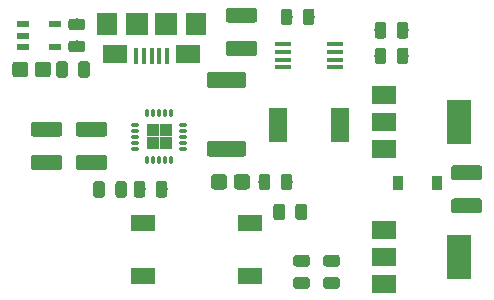
<source format=gbr>
G04 #@! TF.GenerationSoftware,KiCad,Pcbnew,(5.0.1)-3*
G04 #@! TF.CreationDate,2019-12-21T11:02:08-05:00*
G04 #@! TF.ProjectId,BMS Module,424D53204D6F64756C652E6B69636164,rev?*
G04 #@! TF.SameCoordinates,Original*
G04 #@! TF.FileFunction,Paste,Top*
G04 #@! TF.FilePolarity,Positive*
%FSLAX46Y46*%
G04 Gerber Fmt 4.6, Leading zero omitted, Abs format (unit mm)*
G04 Created by KiCad (PCBNEW (5.0.1)-3) date 12/21/2019 11:02:08 AM*
%MOMM*%
%LPD*%
G01*
G04 APERTURE LIST*
%ADD10C,0.100000*%
%ADD11C,1.250000*%
%ADD12R,1.600000X3.000000*%
%ADD13R,0.900000X1.200000*%
%ADD14C,1.300000*%
%ADD15O,0.800000X0.300000*%
%ADD16O,0.300000X0.800000*%
%ADD17R,1.000000X1.000000*%
%ADD18R,1.450000X0.450000*%
%ADD19R,2.000000X1.500000*%
%ADD20R,2.000000X3.800000*%
%ADD21C,0.975000*%
%ADD22C,1.350000*%
%ADD23R,1.050000X0.600000*%
%ADD24R,2.100000X1.400000*%
%ADD25R,0.400000X1.350000*%
%ADD26R,2.100000X1.600000*%
%ADD27R,1.900000X1.900000*%
%ADD28R,1.800000X1.900000*%
G04 APERTURE END LIST*
D10*
G04 #@! TO.C,C1*
G36*
X110319504Y-84726204D02*
X110343773Y-84729804D01*
X110367571Y-84735765D01*
X110390671Y-84744030D01*
X110412849Y-84754520D01*
X110433893Y-84767133D01*
X110453598Y-84781747D01*
X110471777Y-84798223D01*
X110488253Y-84816402D01*
X110502867Y-84836107D01*
X110515480Y-84857151D01*
X110525970Y-84879329D01*
X110534235Y-84902429D01*
X110540196Y-84926227D01*
X110543796Y-84950496D01*
X110545000Y-84975000D01*
X110545000Y-85725000D01*
X110543796Y-85749504D01*
X110540196Y-85773773D01*
X110534235Y-85797571D01*
X110525970Y-85820671D01*
X110515480Y-85842849D01*
X110502867Y-85863893D01*
X110488253Y-85883598D01*
X110471777Y-85901777D01*
X110453598Y-85918253D01*
X110433893Y-85932867D01*
X110412849Y-85945480D01*
X110390671Y-85955970D01*
X110367571Y-85964235D01*
X110343773Y-85970196D01*
X110319504Y-85973796D01*
X110295000Y-85975000D01*
X108145000Y-85975000D01*
X108120496Y-85973796D01*
X108096227Y-85970196D01*
X108072429Y-85964235D01*
X108049329Y-85955970D01*
X108027151Y-85945480D01*
X108006107Y-85932867D01*
X107986402Y-85918253D01*
X107968223Y-85901777D01*
X107951747Y-85883598D01*
X107937133Y-85863893D01*
X107924520Y-85842849D01*
X107914030Y-85820671D01*
X107905765Y-85797571D01*
X107899804Y-85773773D01*
X107896204Y-85749504D01*
X107895000Y-85725000D01*
X107895000Y-84975000D01*
X107896204Y-84950496D01*
X107899804Y-84926227D01*
X107905765Y-84902429D01*
X107914030Y-84879329D01*
X107924520Y-84857151D01*
X107937133Y-84836107D01*
X107951747Y-84816402D01*
X107968223Y-84798223D01*
X107986402Y-84781747D01*
X108006107Y-84767133D01*
X108027151Y-84754520D01*
X108049329Y-84744030D01*
X108072429Y-84735765D01*
X108096227Y-84729804D01*
X108120496Y-84726204D01*
X108145000Y-84725000D01*
X110295000Y-84725000D01*
X110319504Y-84726204D01*
X110319504Y-84726204D01*
G37*
D11*
X109220000Y-85350000D03*
D10*
G36*
X110319504Y-81926204D02*
X110343773Y-81929804D01*
X110367571Y-81935765D01*
X110390671Y-81944030D01*
X110412849Y-81954520D01*
X110433893Y-81967133D01*
X110453598Y-81981747D01*
X110471777Y-81998223D01*
X110488253Y-82016402D01*
X110502867Y-82036107D01*
X110515480Y-82057151D01*
X110525970Y-82079329D01*
X110534235Y-82102429D01*
X110540196Y-82126227D01*
X110543796Y-82150496D01*
X110545000Y-82175000D01*
X110545000Y-82925000D01*
X110543796Y-82949504D01*
X110540196Y-82973773D01*
X110534235Y-82997571D01*
X110525970Y-83020671D01*
X110515480Y-83042849D01*
X110502867Y-83063893D01*
X110488253Y-83083598D01*
X110471777Y-83101777D01*
X110453598Y-83118253D01*
X110433893Y-83132867D01*
X110412849Y-83145480D01*
X110390671Y-83155970D01*
X110367571Y-83164235D01*
X110343773Y-83170196D01*
X110319504Y-83173796D01*
X110295000Y-83175000D01*
X108145000Y-83175000D01*
X108120496Y-83173796D01*
X108096227Y-83170196D01*
X108072429Y-83164235D01*
X108049329Y-83155970D01*
X108027151Y-83145480D01*
X108006107Y-83132867D01*
X107986402Y-83118253D01*
X107968223Y-83101777D01*
X107951747Y-83083598D01*
X107937133Y-83063893D01*
X107924520Y-83042849D01*
X107914030Y-83020671D01*
X107905765Y-82997571D01*
X107899804Y-82973773D01*
X107896204Y-82949504D01*
X107895000Y-82925000D01*
X107895000Y-82175000D01*
X107896204Y-82150496D01*
X107899804Y-82126227D01*
X107905765Y-82102429D01*
X107914030Y-82079329D01*
X107924520Y-82057151D01*
X107937133Y-82036107D01*
X107951747Y-82016402D01*
X107968223Y-81998223D01*
X107986402Y-81981747D01*
X108006107Y-81967133D01*
X108027151Y-81954520D01*
X108049329Y-81944030D01*
X108072429Y-81935765D01*
X108096227Y-81929804D01*
X108120496Y-81926204D01*
X108145000Y-81925000D01*
X110295000Y-81925000D01*
X110319504Y-81926204D01*
X110319504Y-81926204D01*
G37*
D11*
X109220000Y-82550000D03*
G04 #@! TD*
D10*
G04 #@! TO.C,C2*
G36*
X123019504Y-75071204D02*
X123043773Y-75074804D01*
X123067571Y-75080765D01*
X123090671Y-75089030D01*
X123112849Y-75099520D01*
X123133893Y-75112133D01*
X123153598Y-75126747D01*
X123171777Y-75143223D01*
X123188253Y-75161402D01*
X123202867Y-75181107D01*
X123215480Y-75202151D01*
X123225970Y-75224329D01*
X123234235Y-75247429D01*
X123240196Y-75271227D01*
X123243796Y-75295496D01*
X123245000Y-75320000D01*
X123245000Y-76070000D01*
X123243796Y-76094504D01*
X123240196Y-76118773D01*
X123234235Y-76142571D01*
X123225970Y-76165671D01*
X123215480Y-76187849D01*
X123202867Y-76208893D01*
X123188253Y-76228598D01*
X123171777Y-76246777D01*
X123153598Y-76263253D01*
X123133893Y-76277867D01*
X123112849Y-76290480D01*
X123090671Y-76300970D01*
X123067571Y-76309235D01*
X123043773Y-76315196D01*
X123019504Y-76318796D01*
X122995000Y-76320000D01*
X120845000Y-76320000D01*
X120820496Y-76318796D01*
X120796227Y-76315196D01*
X120772429Y-76309235D01*
X120749329Y-76300970D01*
X120727151Y-76290480D01*
X120706107Y-76277867D01*
X120686402Y-76263253D01*
X120668223Y-76246777D01*
X120651747Y-76228598D01*
X120637133Y-76208893D01*
X120624520Y-76187849D01*
X120614030Y-76165671D01*
X120605765Y-76142571D01*
X120599804Y-76118773D01*
X120596204Y-76094504D01*
X120595000Y-76070000D01*
X120595000Y-75320000D01*
X120596204Y-75295496D01*
X120599804Y-75271227D01*
X120605765Y-75247429D01*
X120614030Y-75224329D01*
X120624520Y-75202151D01*
X120637133Y-75181107D01*
X120651747Y-75161402D01*
X120668223Y-75143223D01*
X120686402Y-75126747D01*
X120706107Y-75112133D01*
X120727151Y-75099520D01*
X120749329Y-75089030D01*
X120772429Y-75080765D01*
X120796227Y-75074804D01*
X120820496Y-75071204D01*
X120845000Y-75070000D01*
X122995000Y-75070000D01*
X123019504Y-75071204D01*
X123019504Y-75071204D01*
G37*
D11*
X121920000Y-75695000D03*
D10*
G36*
X123019504Y-72271204D02*
X123043773Y-72274804D01*
X123067571Y-72280765D01*
X123090671Y-72289030D01*
X123112849Y-72299520D01*
X123133893Y-72312133D01*
X123153598Y-72326747D01*
X123171777Y-72343223D01*
X123188253Y-72361402D01*
X123202867Y-72381107D01*
X123215480Y-72402151D01*
X123225970Y-72424329D01*
X123234235Y-72447429D01*
X123240196Y-72471227D01*
X123243796Y-72495496D01*
X123245000Y-72520000D01*
X123245000Y-73270000D01*
X123243796Y-73294504D01*
X123240196Y-73318773D01*
X123234235Y-73342571D01*
X123225970Y-73365671D01*
X123215480Y-73387849D01*
X123202867Y-73408893D01*
X123188253Y-73428598D01*
X123171777Y-73446777D01*
X123153598Y-73463253D01*
X123133893Y-73477867D01*
X123112849Y-73490480D01*
X123090671Y-73500970D01*
X123067571Y-73509235D01*
X123043773Y-73515196D01*
X123019504Y-73518796D01*
X122995000Y-73520000D01*
X120845000Y-73520000D01*
X120820496Y-73518796D01*
X120796227Y-73515196D01*
X120772429Y-73509235D01*
X120749329Y-73500970D01*
X120727151Y-73490480D01*
X120706107Y-73477867D01*
X120686402Y-73463253D01*
X120668223Y-73446777D01*
X120651747Y-73428598D01*
X120637133Y-73408893D01*
X120624520Y-73387849D01*
X120614030Y-73365671D01*
X120605765Y-73342571D01*
X120599804Y-73318773D01*
X120596204Y-73294504D01*
X120595000Y-73270000D01*
X120595000Y-72520000D01*
X120596204Y-72495496D01*
X120599804Y-72471227D01*
X120605765Y-72447429D01*
X120614030Y-72424329D01*
X120624520Y-72402151D01*
X120637133Y-72381107D01*
X120651747Y-72361402D01*
X120668223Y-72343223D01*
X120686402Y-72326747D01*
X120706107Y-72312133D01*
X120727151Y-72299520D01*
X120749329Y-72289030D01*
X120772429Y-72280765D01*
X120796227Y-72274804D01*
X120820496Y-72271204D01*
X120845000Y-72270000D01*
X122995000Y-72270000D01*
X123019504Y-72271204D01*
X123019504Y-72271204D01*
G37*
D11*
X121920000Y-72895000D03*
G04 #@! TD*
D10*
G04 #@! TO.C,C3*
G36*
X106509504Y-84726204D02*
X106533773Y-84729804D01*
X106557571Y-84735765D01*
X106580671Y-84744030D01*
X106602849Y-84754520D01*
X106623893Y-84767133D01*
X106643598Y-84781747D01*
X106661777Y-84798223D01*
X106678253Y-84816402D01*
X106692867Y-84836107D01*
X106705480Y-84857151D01*
X106715970Y-84879329D01*
X106724235Y-84902429D01*
X106730196Y-84926227D01*
X106733796Y-84950496D01*
X106735000Y-84975000D01*
X106735000Y-85725000D01*
X106733796Y-85749504D01*
X106730196Y-85773773D01*
X106724235Y-85797571D01*
X106715970Y-85820671D01*
X106705480Y-85842849D01*
X106692867Y-85863893D01*
X106678253Y-85883598D01*
X106661777Y-85901777D01*
X106643598Y-85918253D01*
X106623893Y-85932867D01*
X106602849Y-85945480D01*
X106580671Y-85955970D01*
X106557571Y-85964235D01*
X106533773Y-85970196D01*
X106509504Y-85973796D01*
X106485000Y-85975000D01*
X104335000Y-85975000D01*
X104310496Y-85973796D01*
X104286227Y-85970196D01*
X104262429Y-85964235D01*
X104239329Y-85955970D01*
X104217151Y-85945480D01*
X104196107Y-85932867D01*
X104176402Y-85918253D01*
X104158223Y-85901777D01*
X104141747Y-85883598D01*
X104127133Y-85863893D01*
X104114520Y-85842849D01*
X104104030Y-85820671D01*
X104095765Y-85797571D01*
X104089804Y-85773773D01*
X104086204Y-85749504D01*
X104085000Y-85725000D01*
X104085000Y-84975000D01*
X104086204Y-84950496D01*
X104089804Y-84926227D01*
X104095765Y-84902429D01*
X104104030Y-84879329D01*
X104114520Y-84857151D01*
X104127133Y-84836107D01*
X104141747Y-84816402D01*
X104158223Y-84798223D01*
X104176402Y-84781747D01*
X104196107Y-84767133D01*
X104217151Y-84754520D01*
X104239329Y-84744030D01*
X104262429Y-84735765D01*
X104286227Y-84729804D01*
X104310496Y-84726204D01*
X104335000Y-84725000D01*
X106485000Y-84725000D01*
X106509504Y-84726204D01*
X106509504Y-84726204D01*
G37*
D11*
X105410000Y-85350000D03*
D10*
G36*
X106509504Y-81926204D02*
X106533773Y-81929804D01*
X106557571Y-81935765D01*
X106580671Y-81944030D01*
X106602849Y-81954520D01*
X106623893Y-81967133D01*
X106643598Y-81981747D01*
X106661777Y-81998223D01*
X106678253Y-82016402D01*
X106692867Y-82036107D01*
X106705480Y-82057151D01*
X106715970Y-82079329D01*
X106724235Y-82102429D01*
X106730196Y-82126227D01*
X106733796Y-82150496D01*
X106735000Y-82175000D01*
X106735000Y-82925000D01*
X106733796Y-82949504D01*
X106730196Y-82973773D01*
X106724235Y-82997571D01*
X106715970Y-83020671D01*
X106705480Y-83042849D01*
X106692867Y-83063893D01*
X106678253Y-83083598D01*
X106661777Y-83101777D01*
X106643598Y-83118253D01*
X106623893Y-83132867D01*
X106602849Y-83145480D01*
X106580671Y-83155970D01*
X106557571Y-83164235D01*
X106533773Y-83170196D01*
X106509504Y-83173796D01*
X106485000Y-83175000D01*
X104335000Y-83175000D01*
X104310496Y-83173796D01*
X104286227Y-83170196D01*
X104262429Y-83164235D01*
X104239329Y-83155970D01*
X104217151Y-83145480D01*
X104196107Y-83132867D01*
X104176402Y-83118253D01*
X104158223Y-83101777D01*
X104141747Y-83083598D01*
X104127133Y-83063893D01*
X104114520Y-83042849D01*
X104104030Y-83020671D01*
X104095765Y-82997571D01*
X104089804Y-82973773D01*
X104086204Y-82949504D01*
X104085000Y-82925000D01*
X104085000Y-82175000D01*
X104086204Y-82150496D01*
X104089804Y-82126227D01*
X104095765Y-82102429D01*
X104104030Y-82079329D01*
X104114520Y-82057151D01*
X104127133Y-82036107D01*
X104141747Y-82016402D01*
X104158223Y-81998223D01*
X104176402Y-81981747D01*
X104196107Y-81967133D01*
X104217151Y-81954520D01*
X104239329Y-81944030D01*
X104262429Y-81935765D01*
X104286227Y-81929804D01*
X104310496Y-81926204D01*
X104335000Y-81925000D01*
X106485000Y-81925000D01*
X106509504Y-81926204D01*
X106509504Y-81926204D01*
G37*
D11*
X105410000Y-82550000D03*
G04 #@! TD*
D10*
G04 #@! TO.C,C4*
G36*
X142069504Y-85606204D02*
X142093773Y-85609804D01*
X142117571Y-85615765D01*
X142140671Y-85624030D01*
X142162849Y-85634520D01*
X142183893Y-85647133D01*
X142203598Y-85661747D01*
X142221777Y-85678223D01*
X142238253Y-85696402D01*
X142252867Y-85716107D01*
X142265480Y-85737151D01*
X142275970Y-85759329D01*
X142284235Y-85782429D01*
X142290196Y-85806227D01*
X142293796Y-85830496D01*
X142295000Y-85855000D01*
X142295000Y-86605000D01*
X142293796Y-86629504D01*
X142290196Y-86653773D01*
X142284235Y-86677571D01*
X142275970Y-86700671D01*
X142265480Y-86722849D01*
X142252867Y-86743893D01*
X142238253Y-86763598D01*
X142221777Y-86781777D01*
X142203598Y-86798253D01*
X142183893Y-86812867D01*
X142162849Y-86825480D01*
X142140671Y-86835970D01*
X142117571Y-86844235D01*
X142093773Y-86850196D01*
X142069504Y-86853796D01*
X142045000Y-86855000D01*
X139895000Y-86855000D01*
X139870496Y-86853796D01*
X139846227Y-86850196D01*
X139822429Y-86844235D01*
X139799329Y-86835970D01*
X139777151Y-86825480D01*
X139756107Y-86812867D01*
X139736402Y-86798253D01*
X139718223Y-86781777D01*
X139701747Y-86763598D01*
X139687133Y-86743893D01*
X139674520Y-86722849D01*
X139664030Y-86700671D01*
X139655765Y-86677571D01*
X139649804Y-86653773D01*
X139646204Y-86629504D01*
X139645000Y-86605000D01*
X139645000Y-85855000D01*
X139646204Y-85830496D01*
X139649804Y-85806227D01*
X139655765Y-85782429D01*
X139664030Y-85759329D01*
X139674520Y-85737151D01*
X139687133Y-85716107D01*
X139701747Y-85696402D01*
X139718223Y-85678223D01*
X139736402Y-85661747D01*
X139756107Y-85647133D01*
X139777151Y-85634520D01*
X139799329Y-85624030D01*
X139822429Y-85615765D01*
X139846227Y-85609804D01*
X139870496Y-85606204D01*
X139895000Y-85605000D01*
X142045000Y-85605000D01*
X142069504Y-85606204D01*
X142069504Y-85606204D01*
G37*
D11*
X140970000Y-86230000D03*
D10*
G36*
X142069504Y-88406204D02*
X142093773Y-88409804D01*
X142117571Y-88415765D01*
X142140671Y-88424030D01*
X142162849Y-88434520D01*
X142183893Y-88447133D01*
X142203598Y-88461747D01*
X142221777Y-88478223D01*
X142238253Y-88496402D01*
X142252867Y-88516107D01*
X142265480Y-88537151D01*
X142275970Y-88559329D01*
X142284235Y-88582429D01*
X142290196Y-88606227D01*
X142293796Y-88630496D01*
X142295000Y-88655000D01*
X142295000Y-89405000D01*
X142293796Y-89429504D01*
X142290196Y-89453773D01*
X142284235Y-89477571D01*
X142275970Y-89500671D01*
X142265480Y-89522849D01*
X142252867Y-89543893D01*
X142238253Y-89563598D01*
X142221777Y-89581777D01*
X142203598Y-89598253D01*
X142183893Y-89612867D01*
X142162849Y-89625480D01*
X142140671Y-89635970D01*
X142117571Y-89644235D01*
X142093773Y-89650196D01*
X142069504Y-89653796D01*
X142045000Y-89655000D01*
X139895000Y-89655000D01*
X139870496Y-89653796D01*
X139846227Y-89650196D01*
X139822429Y-89644235D01*
X139799329Y-89635970D01*
X139777151Y-89625480D01*
X139756107Y-89612867D01*
X139736402Y-89598253D01*
X139718223Y-89581777D01*
X139701747Y-89563598D01*
X139687133Y-89543893D01*
X139674520Y-89522849D01*
X139664030Y-89500671D01*
X139655765Y-89477571D01*
X139649804Y-89453773D01*
X139646204Y-89429504D01*
X139645000Y-89405000D01*
X139645000Y-88655000D01*
X139646204Y-88630496D01*
X139649804Y-88606227D01*
X139655765Y-88582429D01*
X139664030Y-88559329D01*
X139674520Y-88537151D01*
X139687133Y-88516107D01*
X139701747Y-88496402D01*
X139718223Y-88478223D01*
X139736402Y-88461747D01*
X139756107Y-88447133D01*
X139777151Y-88434520D01*
X139799329Y-88424030D01*
X139822429Y-88415765D01*
X139846227Y-88409804D01*
X139870496Y-88406204D01*
X139895000Y-88405000D01*
X142045000Y-88405000D01*
X142069504Y-88406204D01*
X142069504Y-88406204D01*
G37*
D11*
X140970000Y-89030000D03*
G04 #@! TD*
D12*
G04 #@! TO.C,L1*
X130285000Y-82169000D03*
X124985000Y-82169000D03*
G04 #@! TD*
D13*
G04 #@! TO.C,D1*
X138429000Y-87122000D03*
X135129000Y-87122000D03*
G04 #@! TD*
D10*
G04 #@! TO.C,D3*
G36*
X103614504Y-76821204D02*
X103638773Y-76824804D01*
X103662571Y-76830765D01*
X103685671Y-76839030D01*
X103707849Y-76849520D01*
X103728893Y-76862133D01*
X103748598Y-76876747D01*
X103766777Y-76893223D01*
X103783253Y-76911402D01*
X103797867Y-76931107D01*
X103810480Y-76952151D01*
X103820970Y-76974329D01*
X103829235Y-76997429D01*
X103835196Y-77021227D01*
X103838796Y-77045496D01*
X103840000Y-77070000D01*
X103840000Y-77870000D01*
X103838796Y-77894504D01*
X103835196Y-77918773D01*
X103829235Y-77942571D01*
X103820970Y-77965671D01*
X103810480Y-77987849D01*
X103797867Y-78008893D01*
X103783253Y-78028598D01*
X103766777Y-78046777D01*
X103748598Y-78063253D01*
X103728893Y-78077867D01*
X103707849Y-78090480D01*
X103685671Y-78100970D01*
X103662571Y-78109235D01*
X103638773Y-78115196D01*
X103614504Y-78118796D01*
X103590000Y-78120000D01*
X102765000Y-78120000D01*
X102740496Y-78118796D01*
X102716227Y-78115196D01*
X102692429Y-78109235D01*
X102669329Y-78100970D01*
X102647151Y-78090480D01*
X102626107Y-78077867D01*
X102606402Y-78063253D01*
X102588223Y-78046777D01*
X102571747Y-78028598D01*
X102557133Y-78008893D01*
X102544520Y-77987849D01*
X102534030Y-77965671D01*
X102525765Y-77942571D01*
X102519804Y-77918773D01*
X102516204Y-77894504D01*
X102515000Y-77870000D01*
X102515000Y-77070000D01*
X102516204Y-77045496D01*
X102519804Y-77021227D01*
X102525765Y-76997429D01*
X102534030Y-76974329D01*
X102544520Y-76952151D01*
X102557133Y-76931107D01*
X102571747Y-76911402D01*
X102588223Y-76893223D01*
X102606402Y-76876747D01*
X102626107Y-76862133D01*
X102647151Y-76849520D01*
X102669329Y-76839030D01*
X102692429Y-76830765D01*
X102716227Y-76824804D01*
X102740496Y-76821204D01*
X102765000Y-76820000D01*
X103590000Y-76820000D01*
X103614504Y-76821204D01*
X103614504Y-76821204D01*
G37*
D14*
X103177500Y-77470000D03*
D10*
G36*
X105539504Y-76821204D02*
X105563773Y-76824804D01*
X105587571Y-76830765D01*
X105610671Y-76839030D01*
X105632849Y-76849520D01*
X105653893Y-76862133D01*
X105673598Y-76876747D01*
X105691777Y-76893223D01*
X105708253Y-76911402D01*
X105722867Y-76931107D01*
X105735480Y-76952151D01*
X105745970Y-76974329D01*
X105754235Y-76997429D01*
X105760196Y-77021227D01*
X105763796Y-77045496D01*
X105765000Y-77070000D01*
X105765000Y-77870000D01*
X105763796Y-77894504D01*
X105760196Y-77918773D01*
X105754235Y-77942571D01*
X105745970Y-77965671D01*
X105735480Y-77987849D01*
X105722867Y-78008893D01*
X105708253Y-78028598D01*
X105691777Y-78046777D01*
X105673598Y-78063253D01*
X105653893Y-78077867D01*
X105632849Y-78090480D01*
X105610671Y-78100970D01*
X105587571Y-78109235D01*
X105563773Y-78115196D01*
X105539504Y-78118796D01*
X105515000Y-78120000D01*
X104690000Y-78120000D01*
X104665496Y-78118796D01*
X104641227Y-78115196D01*
X104617429Y-78109235D01*
X104594329Y-78100970D01*
X104572151Y-78090480D01*
X104551107Y-78077867D01*
X104531402Y-78063253D01*
X104513223Y-78046777D01*
X104496747Y-78028598D01*
X104482133Y-78008893D01*
X104469520Y-77987849D01*
X104459030Y-77965671D01*
X104450765Y-77942571D01*
X104444804Y-77918773D01*
X104441204Y-77894504D01*
X104440000Y-77870000D01*
X104440000Y-77070000D01*
X104441204Y-77045496D01*
X104444804Y-77021227D01*
X104450765Y-76997429D01*
X104459030Y-76974329D01*
X104469520Y-76952151D01*
X104482133Y-76931107D01*
X104496747Y-76911402D01*
X104513223Y-76893223D01*
X104531402Y-76876747D01*
X104551107Y-76862133D01*
X104572151Y-76849520D01*
X104594329Y-76839030D01*
X104617429Y-76830765D01*
X104641227Y-76824804D01*
X104665496Y-76821204D01*
X104690000Y-76820000D01*
X105515000Y-76820000D01*
X105539504Y-76821204D01*
X105539504Y-76821204D01*
G37*
D14*
X105102500Y-77470000D03*
G04 #@! TD*
D10*
G04 #@! TO.C,D2*
G36*
X122377004Y-86346204D02*
X122401273Y-86349804D01*
X122425071Y-86355765D01*
X122448171Y-86364030D01*
X122470349Y-86374520D01*
X122491393Y-86387133D01*
X122511098Y-86401747D01*
X122529277Y-86418223D01*
X122545753Y-86436402D01*
X122560367Y-86456107D01*
X122572980Y-86477151D01*
X122583470Y-86499329D01*
X122591735Y-86522429D01*
X122597696Y-86546227D01*
X122601296Y-86570496D01*
X122602500Y-86595000D01*
X122602500Y-87395000D01*
X122601296Y-87419504D01*
X122597696Y-87443773D01*
X122591735Y-87467571D01*
X122583470Y-87490671D01*
X122572980Y-87512849D01*
X122560367Y-87533893D01*
X122545753Y-87553598D01*
X122529277Y-87571777D01*
X122511098Y-87588253D01*
X122491393Y-87602867D01*
X122470349Y-87615480D01*
X122448171Y-87625970D01*
X122425071Y-87634235D01*
X122401273Y-87640196D01*
X122377004Y-87643796D01*
X122352500Y-87645000D01*
X121527500Y-87645000D01*
X121502996Y-87643796D01*
X121478727Y-87640196D01*
X121454929Y-87634235D01*
X121431829Y-87625970D01*
X121409651Y-87615480D01*
X121388607Y-87602867D01*
X121368902Y-87588253D01*
X121350723Y-87571777D01*
X121334247Y-87553598D01*
X121319633Y-87533893D01*
X121307020Y-87512849D01*
X121296530Y-87490671D01*
X121288265Y-87467571D01*
X121282304Y-87443773D01*
X121278704Y-87419504D01*
X121277500Y-87395000D01*
X121277500Y-86595000D01*
X121278704Y-86570496D01*
X121282304Y-86546227D01*
X121288265Y-86522429D01*
X121296530Y-86499329D01*
X121307020Y-86477151D01*
X121319633Y-86456107D01*
X121334247Y-86436402D01*
X121350723Y-86418223D01*
X121368902Y-86401747D01*
X121388607Y-86387133D01*
X121409651Y-86374520D01*
X121431829Y-86364030D01*
X121454929Y-86355765D01*
X121478727Y-86349804D01*
X121502996Y-86346204D01*
X121527500Y-86345000D01*
X122352500Y-86345000D01*
X122377004Y-86346204D01*
X122377004Y-86346204D01*
G37*
D14*
X121940000Y-86995000D03*
D10*
G36*
X120452004Y-86346204D02*
X120476273Y-86349804D01*
X120500071Y-86355765D01*
X120523171Y-86364030D01*
X120545349Y-86374520D01*
X120566393Y-86387133D01*
X120586098Y-86401747D01*
X120604277Y-86418223D01*
X120620753Y-86436402D01*
X120635367Y-86456107D01*
X120647980Y-86477151D01*
X120658470Y-86499329D01*
X120666735Y-86522429D01*
X120672696Y-86546227D01*
X120676296Y-86570496D01*
X120677500Y-86595000D01*
X120677500Y-87395000D01*
X120676296Y-87419504D01*
X120672696Y-87443773D01*
X120666735Y-87467571D01*
X120658470Y-87490671D01*
X120647980Y-87512849D01*
X120635367Y-87533893D01*
X120620753Y-87553598D01*
X120604277Y-87571777D01*
X120586098Y-87588253D01*
X120566393Y-87602867D01*
X120545349Y-87615480D01*
X120523171Y-87625970D01*
X120500071Y-87634235D01*
X120476273Y-87640196D01*
X120452004Y-87643796D01*
X120427500Y-87645000D01*
X119602500Y-87645000D01*
X119577996Y-87643796D01*
X119553727Y-87640196D01*
X119529929Y-87634235D01*
X119506829Y-87625970D01*
X119484651Y-87615480D01*
X119463607Y-87602867D01*
X119443902Y-87588253D01*
X119425723Y-87571777D01*
X119409247Y-87553598D01*
X119394633Y-87533893D01*
X119382020Y-87512849D01*
X119371530Y-87490671D01*
X119363265Y-87467571D01*
X119357304Y-87443773D01*
X119353704Y-87419504D01*
X119352500Y-87395000D01*
X119352500Y-86595000D01*
X119353704Y-86570496D01*
X119357304Y-86546227D01*
X119363265Y-86522429D01*
X119371530Y-86499329D01*
X119382020Y-86477151D01*
X119394633Y-86456107D01*
X119409247Y-86436402D01*
X119425723Y-86418223D01*
X119443902Y-86401747D01*
X119463607Y-86387133D01*
X119484651Y-86374520D01*
X119506829Y-86364030D01*
X119529929Y-86355765D01*
X119553727Y-86349804D01*
X119577996Y-86346204D01*
X119602500Y-86345000D01*
X120427500Y-86345000D01*
X120452004Y-86346204D01*
X120452004Y-86346204D01*
G37*
D14*
X120015000Y-86995000D03*
G04 #@! TD*
D15*
G04 #@! TO.C,U1*
X112935000Y-82185000D03*
X112935000Y-82685000D03*
X112935000Y-83185000D03*
X112935000Y-83685000D03*
X112935000Y-84185000D03*
D16*
X113935000Y-85185000D03*
X114435000Y-85185000D03*
X114935000Y-85185000D03*
X115435000Y-85185000D03*
X115935000Y-85185000D03*
D15*
X116935000Y-84185000D03*
X116935000Y-83685000D03*
X116935000Y-83185000D03*
X116935000Y-82685000D03*
X116935000Y-82185000D03*
D16*
X115935000Y-81185000D03*
X115435000Y-81185000D03*
X114935000Y-81185000D03*
X114435000Y-81185000D03*
X113935000Y-81185000D03*
D17*
X114385000Y-82635000D03*
X114385000Y-83735000D03*
X115485000Y-82635000D03*
X115485000Y-83735000D03*
G04 #@! TD*
D18*
G04 #@! TO.C,U3*
X125435000Y-75352000D03*
X125435000Y-76002000D03*
X125435000Y-76652000D03*
X125435000Y-77302000D03*
X129835000Y-77302000D03*
X129835000Y-76652000D03*
X129835000Y-76002000D03*
X129835000Y-75352000D03*
G04 #@! TD*
D19*
G04 #@! TO.C,U4*
X134010000Y-79615000D03*
X134010000Y-84215000D03*
X134010000Y-81915000D03*
D20*
X140310000Y-81915000D03*
G04 #@! TD*
G04 #@! TO.C,U5*
X140310000Y-93345000D03*
D19*
X134010000Y-93345000D03*
X134010000Y-95645000D03*
X134010000Y-91045000D03*
G04 #@! TD*
D10*
G04 #@! TO.C,R12*
G36*
X130020142Y-93191174D02*
X130043803Y-93194684D01*
X130067007Y-93200496D01*
X130089529Y-93208554D01*
X130111153Y-93218782D01*
X130131670Y-93231079D01*
X130150883Y-93245329D01*
X130168607Y-93261393D01*
X130184671Y-93279117D01*
X130198921Y-93298330D01*
X130211218Y-93318847D01*
X130221446Y-93340471D01*
X130229504Y-93362993D01*
X130235316Y-93386197D01*
X130238826Y-93409858D01*
X130240000Y-93433750D01*
X130240000Y-93921250D01*
X130238826Y-93945142D01*
X130235316Y-93968803D01*
X130229504Y-93992007D01*
X130221446Y-94014529D01*
X130211218Y-94036153D01*
X130198921Y-94056670D01*
X130184671Y-94075883D01*
X130168607Y-94093607D01*
X130150883Y-94109671D01*
X130131670Y-94123921D01*
X130111153Y-94136218D01*
X130089529Y-94146446D01*
X130067007Y-94154504D01*
X130043803Y-94160316D01*
X130020142Y-94163826D01*
X129996250Y-94165000D01*
X129083750Y-94165000D01*
X129059858Y-94163826D01*
X129036197Y-94160316D01*
X129012993Y-94154504D01*
X128990471Y-94146446D01*
X128968847Y-94136218D01*
X128948330Y-94123921D01*
X128929117Y-94109671D01*
X128911393Y-94093607D01*
X128895329Y-94075883D01*
X128881079Y-94056670D01*
X128868782Y-94036153D01*
X128858554Y-94014529D01*
X128850496Y-93992007D01*
X128844684Y-93968803D01*
X128841174Y-93945142D01*
X128840000Y-93921250D01*
X128840000Y-93433750D01*
X128841174Y-93409858D01*
X128844684Y-93386197D01*
X128850496Y-93362993D01*
X128858554Y-93340471D01*
X128868782Y-93318847D01*
X128881079Y-93298330D01*
X128895329Y-93279117D01*
X128911393Y-93261393D01*
X128929117Y-93245329D01*
X128948330Y-93231079D01*
X128968847Y-93218782D01*
X128990471Y-93208554D01*
X129012993Y-93200496D01*
X129036197Y-93194684D01*
X129059858Y-93191174D01*
X129083750Y-93190000D01*
X129996250Y-93190000D01*
X130020142Y-93191174D01*
X130020142Y-93191174D01*
G37*
D21*
X129540000Y-93677500D03*
D10*
G36*
X130020142Y-95066174D02*
X130043803Y-95069684D01*
X130067007Y-95075496D01*
X130089529Y-95083554D01*
X130111153Y-95093782D01*
X130131670Y-95106079D01*
X130150883Y-95120329D01*
X130168607Y-95136393D01*
X130184671Y-95154117D01*
X130198921Y-95173330D01*
X130211218Y-95193847D01*
X130221446Y-95215471D01*
X130229504Y-95237993D01*
X130235316Y-95261197D01*
X130238826Y-95284858D01*
X130240000Y-95308750D01*
X130240000Y-95796250D01*
X130238826Y-95820142D01*
X130235316Y-95843803D01*
X130229504Y-95867007D01*
X130221446Y-95889529D01*
X130211218Y-95911153D01*
X130198921Y-95931670D01*
X130184671Y-95950883D01*
X130168607Y-95968607D01*
X130150883Y-95984671D01*
X130131670Y-95998921D01*
X130111153Y-96011218D01*
X130089529Y-96021446D01*
X130067007Y-96029504D01*
X130043803Y-96035316D01*
X130020142Y-96038826D01*
X129996250Y-96040000D01*
X129083750Y-96040000D01*
X129059858Y-96038826D01*
X129036197Y-96035316D01*
X129012993Y-96029504D01*
X128990471Y-96021446D01*
X128968847Y-96011218D01*
X128948330Y-95998921D01*
X128929117Y-95984671D01*
X128911393Y-95968607D01*
X128895329Y-95950883D01*
X128881079Y-95931670D01*
X128868782Y-95911153D01*
X128858554Y-95889529D01*
X128850496Y-95867007D01*
X128844684Y-95843803D01*
X128841174Y-95820142D01*
X128840000Y-95796250D01*
X128840000Y-95308750D01*
X128841174Y-95284858D01*
X128844684Y-95261197D01*
X128850496Y-95237993D01*
X128858554Y-95215471D01*
X128868782Y-95193847D01*
X128881079Y-95173330D01*
X128895329Y-95154117D01*
X128911393Y-95136393D01*
X128929117Y-95120329D01*
X128948330Y-95106079D01*
X128968847Y-95093782D01*
X128990471Y-95083554D01*
X129012993Y-95075496D01*
X129036197Y-95069684D01*
X129059858Y-95066174D01*
X129083750Y-95065000D01*
X129996250Y-95065000D01*
X130020142Y-95066174D01*
X130020142Y-95066174D01*
G37*
D21*
X129540000Y-95552500D03*
G04 #@! TD*
D10*
G04 #@! TO.C,R11*
G36*
X127480142Y-93191174D02*
X127503803Y-93194684D01*
X127527007Y-93200496D01*
X127549529Y-93208554D01*
X127571153Y-93218782D01*
X127591670Y-93231079D01*
X127610883Y-93245329D01*
X127628607Y-93261393D01*
X127644671Y-93279117D01*
X127658921Y-93298330D01*
X127671218Y-93318847D01*
X127681446Y-93340471D01*
X127689504Y-93362993D01*
X127695316Y-93386197D01*
X127698826Y-93409858D01*
X127700000Y-93433750D01*
X127700000Y-93921250D01*
X127698826Y-93945142D01*
X127695316Y-93968803D01*
X127689504Y-93992007D01*
X127681446Y-94014529D01*
X127671218Y-94036153D01*
X127658921Y-94056670D01*
X127644671Y-94075883D01*
X127628607Y-94093607D01*
X127610883Y-94109671D01*
X127591670Y-94123921D01*
X127571153Y-94136218D01*
X127549529Y-94146446D01*
X127527007Y-94154504D01*
X127503803Y-94160316D01*
X127480142Y-94163826D01*
X127456250Y-94165000D01*
X126543750Y-94165000D01*
X126519858Y-94163826D01*
X126496197Y-94160316D01*
X126472993Y-94154504D01*
X126450471Y-94146446D01*
X126428847Y-94136218D01*
X126408330Y-94123921D01*
X126389117Y-94109671D01*
X126371393Y-94093607D01*
X126355329Y-94075883D01*
X126341079Y-94056670D01*
X126328782Y-94036153D01*
X126318554Y-94014529D01*
X126310496Y-93992007D01*
X126304684Y-93968803D01*
X126301174Y-93945142D01*
X126300000Y-93921250D01*
X126300000Y-93433750D01*
X126301174Y-93409858D01*
X126304684Y-93386197D01*
X126310496Y-93362993D01*
X126318554Y-93340471D01*
X126328782Y-93318847D01*
X126341079Y-93298330D01*
X126355329Y-93279117D01*
X126371393Y-93261393D01*
X126389117Y-93245329D01*
X126408330Y-93231079D01*
X126428847Y-93218782D01*
X126450471Y-93208554D01*
X126472993Y-93200496D01*
X126496197Y-93194684D01*
X126519858Y-93191174D01*
X126543750Y-93190000D01*
X127456250Y-93190000D01*
X127480142Y-93191174D01*
X127480142Y-93191174D01*
G37*
D21*
X127000000Y-93677500D03*
D10*
G36*
X127480142Y-95066174D02*
X127503803Y-95069684D01*
X127527007Y-95075496D01*
X127549529Y-95083554D01*
X127571153Y-95093782D01*
X127591670Y-95106079D01*
X127610883Y-95120329D01*
X127628607Y-95136393D01*
X127644671Y-95154117D01*
X127658921Y-95173330D01*
X127671218Y-95193847D01*
X127681446Y-95215471D01*
X127689504Y-95237993D01*
X127695316Y-95261197D01*
X127698826Y-95284858D01*
X127700000Y-95308750D01*
X127700000Y-95796250D01*
X127698826Y-95820142D01*
X127695316Y-95843803D01*
X127689504Y-95867007D01*
X127681446Y-95889529D01*
X127671218Y-95911153D01*
X127658921Y-95931670D01*
X127644671Y-95950883D01*
X127628607Y-95968607D01*
X127610883Y-95984671D01*
X127591670Y-95998921D01*
X127571153Y-96011218D01*
X127549529Y-96021446D01*
X127527007Y-96029504D01*
X127503803Y-96035316D01*
X127480142Y-96038826D01*
X127456250Y-96040000D01*
X126543750Y-96040000D01*
X126519858Y-96038826D01*
X126496197Y-96035316D01*
X126472993Y-96029504D01*
X126450471Y-96021446D01*
X126428847Y-96011218D01*
X126408330Y-95998921D01*
X126389117Y-95984671D01*
X126371393Y-95968607D01*
X126355329Y-95950883D01*
X126341079Y-95931670D01*
X126328782Y-95911153D01*
X126318554Y-95889529D01*
X126310496Y-95867007D01*
X126304684Y-95843803D01*
X126301174Y-95820142D01*
X126300000Y-95796250D01*
X126300000Y-95308750D01*
X126301174Y-95284858D01*
X126304684Y-95261197D01*
X126310496Y-95237993D01*
X126318554Y-95215471D01*
X126328782Y-95193847D01*
X126341079Y-95173330D01*
X126355329Y-95154117D01*
X126371393Y-95136393D01*
X126389117Y-95120329D01*
X126408330Y-95106079D01*
X126428847Y-95093782D01*
X126450471Y-95083554D01*
X126472993Y-95075496D01*
X126496197Y-95069684D01*
X126519858Y-95066174D01*
X126543750Y-95065000D01*
X127456250Y-95065000D01*
X127480142Y-95066174D01*
X127480142Y-95066174D01*
G37*
D21*
X127000000Y-95552500D03*
G04 #@! TD*
D10*
G04 #@! TO.C,R10*
G36*
X106977642Y-76771174D02*
X107001303Y-76774684D01*
X107024507Y-76780496D01*
X107047029Y-76788554D01*
X107068653Y-76798782D01*
X107089170Y-76811079D01*
X107108383Y-76825329D01*
X107126107Y-76841393D01*
X107142171Y-76859117D01*
X107156421Y-76878330D01*
X107168718Y-76898847D01*
X107178946Y-76920471D01*
X107187004Y-76942993D01*
X107192816Y-76966197D01*
X107196326Y-76989858D01*
X107197500Y-77013750D01*
X107197500Y-77926250D01*
X107196326Y-77950142D01*
X107192816Y-77973803D01*
X107187004Y-77997007D01*
X107178946Y-78019529D01*
X107168718Y-78041153D01*
X107156421Y-78061670D01*
X107142171Y-78080883D01*
X107126107Y-78098607D01*
X107108383Y-78114671D01*
X107089170Y-78128921D01*
X107068653Y-78141218D01*
X107047029Y-78151446D01*
X107024507Y-78159504D01*
X107001303Y-78165316D01*
X106977642Y-78168826D01*
X106953750Y-78170000D01*
X106466250Y-78170000D01*
X106442358Y-78168826D01*
X106418697Y-78165316D01*
X106395493Y-78159504D01*
X106372971Y-78151446D01*
X106351347Y-78141218D01*
X106330830Y-78128921D01*
X106311617Y-78114671D01*
X106293893Y-78098607D01*
X106277829Y-78080883D01*
X106263579Y-78061670D01*
X106251282Y-78041153D01*
X106241054Y-78019529D01*
X106232996Y-77997007D01*
X106227184Y-77973803D01*
X106223674Y-77950142D01*
X106222500Y-77926250D01*
X106222500Y-77013750D01*
X106223674Y-76989858D01*
X106227184Y-76966197D01*
X106232996Y-76942993D01*
X106241054Y-76920471D01*
X106251282Y-76898847D01*
X106263579Y-76878330D01*
X106277829Y-76859117D01*
X106293893Y-76841393D01*
X106311617Y-76825329D01*
X106330830Y-76811079D01*
X106351347Y-76798782D01*
X106372971Y-76788554D01*
X106395493Y-76780496D01*
X106418697Y-76774684D01*
X106442358Y-76771174D01*
X106466250Y-76770000D01*
X106953750Y-76770000D01*
X106977642Y-76771174D01*
X106977642Y-76771174D01*
G37*
D21*
X106710000Y-77470000D03*
D10*
G36*
X108852642Y-76771174D02*
X108876303Y-76774684D01*
X108899507Y-76780496D01*
X108922029Y-76788554D01*
X108943653Y-76798782D01*
X108964170Y-76811079D01*
X108983383Y-76825329D01*
X109001107Y-76841393D01*
X109017171Y-76859117D01*
X109031421Y-76878330D01*
X109043718Y-76898847D01*
X109053946Y-76920471D01*
X109062004Y-76942993D01*
X109067816Y-76966197D01*
X109071326Y-76989858D01*
X109072500Y-77013750D01*
X109072500Y-77926250D01*
X109071326Y-77950142D01*
X109067816Y-77973803D01*
X109062004Y-77997007D01*
X109053946Y-78019529D01*
X109043718Y-78041153D01*
X109031421Y-78061670D01*
X109017171Y-78080883D01*
X109001107Y-78098607D01*
X108983383Y-78114671D01*
X108964170Y-78128921D01*
X108943653Y-78141218D01*
X108922029Y-78151446D01*
X108899507Y-78159504D01*
X108876303Y-78165316D01*
X108852642Y-78168826D01*
X108828750Y-78170000D01*
X108341250Y-78170000D01*
X108317358Y-78168826D01*
X108293697Y-78165316D01*
X108270493Y-78159504D01*
X108247971Y-78151446D01*
X108226347Y-78141218D01*
X108205830Y-78128921D01*
X108186617Y-78114671D01*
X108168893Y-78098607D01*
X108152829Y-78080883D01*
X108138579Y-78061670D01*
X108126282Y-78041153D01*
X108116054Y-78019529D01*
X108107996Y-77997007D01*
X108102184Y-77973803D01*
X108098674Y-77950142D01*
X108097500Y-77926250D01*
X108097500Y-77013750D01*
X108098674Y-76989858D01*
X108102184Y-76966197D01*
X108107996Y-76942993D01*
X108116054Y-76920471D01*
X108126282Y-76898847D01*
X108138579Y-76878330D01*
X108152829Y-76859117D01*
X108168893Y-76841393D01*
X108186617Y-76825329D01*
X108205830Y-76811079D01*
X108226347Y-76798782D01*
X108247971Y-76788554D01*
X108270493Y-76780496D01*
X108293697Y-76774684D01*
X108317358Y-76771174D01*
X108341250Y-76770000D01*
X108828750Y-76770000D01*
X108852642Y-76771174D01*
X108852642Y-76771174D01*
G37*
D21*
X108585000Y-77470000D03*
G04 #@! TD*
D10*
G04 #@! TO.C,R9*
G36*
X125997642Y-86296174D02*
X126021303Y-86299684D01*
X126044507Y-86305496D01*
X126067029Y-86313554D01*
X126088653Y-86323782D01*
X126109170Y-86336079D01*
X126128383Y-86350329D01*
X126146107Y-86366393D01*
X126162171Y-86384117D01*
X126176421Y-86403330D01*
X126188718Y-86423847D01*
X126198946Y-86445471D01*
X126207004Y-86467993D01*
X126212816Y-86491197D01*
X126216326Y-86514858D01*
X126217500Y-86538750D01*
X126217500Y-87451250D01*
X126216326Y-87475142D01*
X126212816Y-87498803D01*
X126207004Y-87522007D01*
X126198946Y-87544529D01*
X126188718Y-87566153D01*
X126176421Y-87586670D01*
X126162171Y-87605883D01*
X126146107Y-87623607D01*
X126128383Y-87639671D01*
X126109170Y-87653921D01*
X126088653Y-87666218D01*
X126067029Y-87676446D01*
X126044507Y-87684504D01*
X126021303Y-87690316D01*
X125997642Y-87693826D01*
X125973750Y-87695000D01*
X125486250Y-87695000D01*
X125462358Y-87693826D01*
X125438697Y-87690316D01*
X125415493Y-87684504D01*
X125392971Y-87676446D01*
X125371347Y-87666218D01*
X125350830Y-87653921D01*
X125331617Y-87639671D01*
X125313893Y-87623607D01*
X125297829Y-87605883D01*
X125283579Y-87586670D01*
X125271282Y-87566153D01*
X125261054Y-87544529D01*
X125252996Y-87522007D01*
X125247184Y-87498803D01*
X125243674Y-87475142D01*
X125242500Y-87451250D01*
X125242500Y-86538750D01*
X125243674Y-86514858D01*
X125247184Y-86491197D01*
X125252996Y-86467993D01*
X125261054Y-86445471D01*
X125271282Y-86423847D01*
X125283579Y-86403330D01*
X125297829Y-86384117D01*
X125313893Y-86366393D01*
X125331617Y-86350329D01*
X125350830Y-86336079D01*
X125371347Y-86323782D01*
X125392971Y-86313554D01*
X125415493Y-86305496D01*
X125438697Y-86299684D01*
X125462358Y-86296174D01*
X125486250Y-86295000D01*
X125973750Y-86295000D01*
X125997642Y-86296174D01*
X125997642Y-86296174D01*
G37*
D21*
X125730000Y-86995000D03*
D10*
G36*
X124122642Y-86296174D02*
X124146303Y-86299684D01*
X124169507Y-86305496D01*
X124192029Y-86313554D01*
X124213653Y-86323782D01*
X124234170Y-86336079D01*
X124253383Y-86350329D01*
X124271107Y-86366393D01*
X124287171Y-86384117D01*
X124301421Y-86403330D01*
X124313718Y-86423847D01*
X124323946Y-86445471D01*
X124332004Y-86467993D01*
X124337816Y-86491197D01*
X124341326Y-86514858D01*
X124342500Y-86538750D01*
X124342500Y-87451250D01*
X124341326Y-87475142D01*
X124337816Y-87498803D01*
X124332004Y-87522007D01*
X124323946Y-87544529D01*
X124313718Y-87566153D01*
X124301421Y-87586670D01*
X124287171Y-87605883D01*
X124271107Y-87623607D01*
X124253383Y-87639671D01*
X124234170Y-87653921D01*
X124213653Y-87666218D01*
X124192029Y-87676446D01*
X124169507Y-87684504D01*
X124146303Y-87690316D01*
X124122642Y-87693826D01*
X124098750Y-87695000D01*
X123611250Y-87695000D01*
X123587358Y-87693826D01*
X123563697Y-87690316D01*
X123540493Y-87684504D01*
X123517971Y-87676446D01*
X123496347Y-87666218D01*
X123475830Y-87653921D01*
X123456617Y-87639671D01*
X123438893Y-87623607D01*
X123422829Y-87605883D01*
X123408579Y-87586670D01*
X123396282Y-87566153D01*
X123386054Y-87544529D01*
X123377996Y-87522007D01*
X123372184Y-87498803D01*
X123368674Y-87475142D01*
X123367500Y-87451250D01*
X123367500Y-86538750D01*
X123368674Y-86514858D01*
X123372184Y-86491197D01*
X123377996Y-86467993D01*
X123386054Y-86445471D01*
X123396282Y-86423847D01*
X123408579Y-86403330D01*
X123422829Y-86384117D01*
X123438893Y-86366393D01*
X123456617Y-86350329D01*
X123475830Y-86336079D01*
X123496347Y-86323782D01*
X123517971Y-86313554D01*
X123540493Y-86305496D01*
X123563697Y-86299684D01*
X123587358Y-86296174D01*
X123611250Y-86295000D01*
X124098750Y-86295000D01*
X124122642Y-86296174D01*
X124122642Y-86296174D01*
G37*
D21*
X123855000Y-86995000D03*
G04 #@! TD*
D10*
G04 #@! TO.C,R7*
G36*
X115426642Y-86931174D02*
X115450303Y-86934684D01*
X115473507Y-86940496D01*
X115496029Y-86948554D01*
X115517653Y-86958782D01*
X115538170Y-86971079D01*
X115557383Y-86985329D01*
X115575107Y-87001393D01*
X115591171Y-87019117D01*
X115605421Y-87038330D01*
X115617718Y-87058847D01*
X115627946Y-87080471D01*
X115636004Y-87102993D01*
X115641816Y-87126197D01*
X115645326Y-87149858D01*
X115646500Y-87173750D01*
X115646500Y-88086250D01*
X115645326Y-88110142D01*
X115641816Y-88133803D01*
X115636004Y-88157007D01*
X115627946Y-88179529D01*
X115617718Y-88201153D01*
X115605421Y-88221670D01*
X115591171Y-88240883D01*
X115575107Y-88258607D01*
X115557383Y-88274671D01*
X115538170Y-88288921D01*
X115517653Y-88301218D01*
X115496029Y-88311446D01*
X115473507Y-88319504D01*
X115450303Y-88325316D01*
X115426642Y-88328826D01*
X115402750Y-88330000D01*
X114915250Y-88330000D01*
X114891358Y-88328826D01*
X114867697Y-88325316D01*
X114844493Y-88319504D01*
X114821971Y-88311446D01*
X114800347Y-88301218D01*
X114779830Y-88288921D01*
X114760617Y-88274671D01*
X114742893Y-88258607D01*
X114726829Y-88240883D01*
X114712579Y-88221670D01*
X114700282Y-88201153D01*
X114690054Y-88179529D01*
X114681996Y-88157007D01*
X114676184Y-88133803D01*
X114672674Y-88110142D01*
X114671500Y-88086250D01*
X114671500Y-87173750D01*
X114672674Y-87149858D01*
X114676184Y-87126197D01*
X114681996Y-87102993D01*
X114690054Y-87080471D01*
X114700282Y-87058847D01*
X114712579Y-87038330D01*
X114726829Y-87019117D01*
X114742893Y-87001393D01*
X114760617Y-86985329D01*
X114779830Y-86971079D01*
X114800347Y-86958782D01*
X114821971Y-86948554D01*
X114844493Y-86940496D01*
X114867697Y-86934684D01*
X114891358Y-86931174D01*
X114915250Y-86930000D01*
X115402750Y-86930000D01*
X115426642Y-86931174D01*
X115426642Y-86931174D01*
G37*
D21*
X115159000Y-87630000D03*
D10*
G36*
X113551642Y-86931174D02*
X113575303Y-86934684D01*
X113598507Y-86940496D01*
X113621029Y-86948554D01*
X113642653Y-86958782D01*
X113663170Y-86971079D01*
X113682383Y-86985329D01*
X113700107Y-87001393D01*
X113716171Y-87019117D01*
X113730421Y-87038330D01*
X113742718Y-87058847D01*
X113752946Y-87080471D01*
X113761004Y-87102993D01*
X113766816Y-87126197D01*
X113770326Y-87149858D01*
X113771500Y-87173750D01*
X113771500Y-88086250D01*
X113770326Y-88110142D01*
X113766816Y-88133803D01*
X113761004Y-88157007D01*
X113752946Y-88179529D01*
X113742718Y-88201153D01*
X113730421Y-88221670D01*
X113716171Y-88240883D01*
X113700107Y-88258607D01*
X113682383Y-88274671D01*
X113663170Y-88288921D01*
X113642653Y-88301218D01*
X113621029Y-88311446D01*
X113598507Y-88319504D01*
X113575303Y-88325316D01*
X113551642Y-88328826D01*
X113527750Y-88330000D01*
X113040250Y-88330000D01*
X113016358Y-88328826D01*
X112992697Y-88325316D01*
X112969493Y-88319504D01*
X112946971Y-88311446D01*
X112925347Y-88301218D01*
X112904830Y-88288921D01*
X112885617Y-88274671D01*
X112867893Y-88258607D01*
X112851829Y-88240883D01*
X112837579Y-88221670D01*
X112825282Y-88201153D01*
X112815054Y-88179529D01*
X112806996Y-88157007D01*
X112801184Y-88133803D01*
X112797674Y-88110142D01*
X112796500Y-88086250D01*
X112796500Y-87173750D01*
X112797674Y-87149858D01*
X112801184Y-87126197D01*
X112806996Y-87102993D01*
X112815054Y-87080471D01*
X112825282Y-87058847D01*
X112837579Y-87038330D01*
X112851829Y-87019117D01*
X112867893Y-87001393D01*
X112885617Y-86985329D01*
X112904830Y-86971079D01*
X112925347Y-86958782D01*
X112946971Y-86948554D01*
X112969493Y-86940496D01*
X112992697Y-86934684D01*
X113016358Y-86931174D01*
X113040250Y-86930000D01*
X113527750Y-86930000D01*
X113551642Y-86931174D01*
X113551642Y-86931174D01*
G37*
D21*
X113284000Y-87630000D03*
G04 #@! TD*
D10*
G04 #@! TO.C,R6*
G36*
X110122642Y-86931174D02*
X110146303Y-86934684D01*
X110169507Y-86940496D01*
X110192029Y-86948554D01*
X110213653Y-86958782D01*
X110234170Y-86971079D01*
X110253383Y-86985329D01*
X110271107Y-87001393D01*
X110287171Y-87019117D01*
X110301421Y-87038330D01*
X110313718Y-87058847D01*
X110323946Y-87080471D01*
X110332004Y-87102993D01*
X110337816Y-87126197D01*
X110341326Y-87149858D01*
X110342500Y-87173750D01*
X110342500Y-88086250D01*
X110341326Y-88110142D01*
X110337816Y-88133803D01*
X110332004Y-88157007D01*
X110323946Y-88179529D01*
X110313718Y-88201153D01*
X110301421Y-88221670D01*
X110287171Y-88240883D01*
X110271107Y-88258607D01*
X110253383Y-88274671D01*
X110234170Y-88288921D01*
X110213653Y-88301218D01*
X110192029Y-88311446D01*
X110169507Y-88319504D01*
X110146303Y-88325316D01*
X110122642Y-88328826D01*
X110098750Y-88330000D01*
X109611250Y-88330000D01*
X109587358Y-88328826D01*
X109563697Y-88325316D01*
X109540493Y-88319504D01*
X109517971Y-88311446D01*
X109496347Y-88301218D01*
X109475830Y-88288921D01*
X109456617Y-88274671D01*
X109438893Y-88258607D01*
X109422829Y-88240883D01*
X109408579Y-88221670D01*
X109396282Y-88201153D01*
X109386054Y-88179529D01*
X109377996Y-88157007D01*
X109372184Y-88133803D01*
X109368674Y-88110142D01*
X109367500Y-88086250D01*
X109367500Y-87173750D01*
X109368674Y-87149858D01*
X109372184Y-87126197D01*
X109377996Y-87102993D01*
X109386054Y-87080471D01*
X109396282Y-87058847D01*
X109408579Y-87038330D01*
X109422829Y-87019117D01*
X109438893Y-87001393D01*
X109456617Y-86985329D01*
X109475830Y-86971079D01*
X109496347Y-86958782D01*
X109517971Y-86948554D01*
X109540493Y-86940496D01*
X109563697Y-86934684D01*
X109587358Y-86931174D01*
X109611250Y-86930000D01*
X110098750Y-86930000D01*
X110122642Y-86931174D01*
X110122642Y-86931174D01*
G37*
D21*
X109855000Y-87630000D03*
D10*
G36*
X111997642Y-86931174D02*
X112021303Y-86934684D01*
X112044507Y-86940496D01*
X112067029Y-86948554D01*
X112088653Y-86958782D01*
X112109170Y-86971079D01*
X112128383Y-86985329D01*
X112146107Y-87001393D01*
X112162171Y-87019117D01*
X112176421Y-87038330D01*
X112188718Y-87058847D01*
X112198946Y-87080471D01*
X112207004Y-87102993D01*
X112212816Y-87126197D01*
X112216326Y-87149858D01*
X112217500Y-87173750D01*
X112217500Y-88086250D01*
X112216326Y-88110142D01*
X112212816Y-88133803D01*
X112207004Y-88157007D01*
X112198946Y-88179529D01*
X112188718Y-88201153D01*
X112176421Y-88221670D01*
X112162171Y-88240883D01*
X112146107Y-88258607D01*
X112128383Y-88274671D01*
X112109170Y-88288921D01*
X112088653Y-88301218D01*
X112067029Y-88311446D01*
X112044507Y-88319504D01*
X112021303Y-88325316D01*
X111997642Y-88328826D01*
X111973750Y-88330000D01*
X111486250Y-88330000D01*
X111462358Y-88328826D01*
X111438697Y-88325316D01*
X111415493Y-88319504D01*
X111392971Y-88311446D01*
X111371347Y-88301218D01*
X111350830Y-88288921D01*
X111331617Y-88274671D01*
X111313893Y-88258607D01*
X111297829Y-88240883D01*
X111283579Y-88221670D01*
X111271282Y-88201153D01*
X111261054Y-88179529D01*
X111252996Y-88157007D01*
X111247184Y-88133803D01*
X111243674Y-88110142D01*
X111242500Y-88086250D01*
X111242500Y-87173750D01*
X111243674Y-87149858D01*
X111247184Y-87126197D01*
X111252996Y-87102993D01*
X111261054Y-87080471D01*
X111271282Y-87058847D01*
X111283579Y-87038330D01*
X111297829Y-87019117D01*
X111313893Y-87001393D01*
X111331617Y-86985329D01*
X111350830Y-86971079D01*
X111371347Y-86958782D01*
X111392971Y-86948554D01*
X111415493Y-86940496D01*
X111438697Y-86934684D01*
X111462358Y-86931174D01*
X111486250Y-86930000D01*
X111973750Y-86930000D01*
X111997642Y-86931174D01*
X111997642Y-86931174D01*
G37*
D21*
X111730000Y-87630000D03*
G04 #@! TD*
D10*
G04 #@! TO.C,R5*
G36*
X108430142Y-73173674D02*
X108453803Y-73177184D01*
X108477007Y-73182996D01*
X108499529Y-73191054D01*
X108521153Y-73201282D01*
X108541670Y-73213579D01*
X108560883Y-73227829D01*
X108578607Y-73243893D01*
X108594671Y-73261617D01*
X108608921Y-73280830D01*
X108621218Y-73301347D01*
X108631446Y-73322971D01*
X108639504Y-73345493D01*
X108645316Y-73368697D01*
X108648826Y-73392358D01*
X108650000Y-73416250D01*
X108650000Y-73903750D01*
X108648826Y-73927642D01*
X108645316Y-73951303D01*
X108639504Y-73974507D01*
X108631446Y-73997029D01*
X108621218Y-74018653D01*
X108608921Y-74039170D01*
X108594671Y-74058383D01*
X108578607Y-74076107D01*
X108560883Y-74092171D01*
X108541670Y-74106421D01*
X108521153Y-74118718D01*
X108499529Y-74128946D01*
X108477007Y-74137004D01*
X108453803Y-74142816D01*
X108430142Y-74146326D01*
X108406250Y-74147500D01*
X107493750Y-74147500D01*
X107469858Y-74146326D01*
X107446197Y-74142816D01*
X107422993Y-74137004D01*
X107400471Y-74128946D01*
X107378847Y-74118718D01*
X107358330Y-74106421D01*
X107339117Y-74092171D01*
X107321393Y-74076107D01*
X107305329Y-74058383D01*
X107291079Y-74039170D01*
X107278782Y-74018653D01*
X107268554Y-73997029D01*
X107260496Y-73974507D01*
X107254684Y-73951303D01*
X107251174Y-73927642D01*
X107250000Y-73903750D01*
X107250000Y-73416250D01*
X107251174Y-73392358D01*
X107254684Y-73368697D01*
X107260496Y-73345493D01*
X107268554Y-73322971D01*
X107278782Y-73301347D01*
X107291079Y-73280830D01*
X107305329Y-73261617D01*
X107321393Y-73243893D01*
X107339117Y-73227829D01*
X107358330Y-73213579D01*
X107378847Y-73201282D01*
X107400471Y-73191054D01*
X107422993Y-73182996D01*
X107446197Y-73177184D01*
X107469858Y-73173674D01*
X107493750Y-73172500D01*
X108406250Y-73172500D01*
X108430142Y-73173674D01*
X108430142Y-73173674D01*
G37*
D21*
X107950000Y-73660000D03*
D10*
G36*
X108430142Y-75048674D02*
X108453803Y-75052184D01*
X108477007Y-75057996D01*
X108499529Y-75066054D01*
X108521153Y-75076282D01*
X108541670Y-75088579D01*
X108560883Y-75102829D01*
X108578607Y-75118893D01*
X108594671Y-75136617D01*
X108608921Y-75155830D01*
X108621218Y-75176347D01*
X108631446Y-75197971D01*
X108639504Y-75220493D01*
X108645316Y-75243697D01*
X108648826Y-75267358D01*
X108650000Y-75291250D01*
X108650000Y-75778750D01*
X108648826Y-75802642D01*
X108645316Y-75826303D01*
X108639504Y-75849507D01*
X108631446Y-75872029D01*
X108621218Y-75893653D01*
X108608921Y-75914170D01*
X108594671Y-75933383D01*
X108578607Y-75951107D01*
X108560883Y-75967171D01*
X108541670Y-75981421D01*
X108521153Y-75993718D01*
X108499529Y-76003946D01*
X108477007Y-76012004D01*
X108453803Y-76017816D01*
X108430142Y-76021326D01*
X108406250Y-76022500D01*
X107493750Y-76022500D01*
X107469858Y-76021326D01*
X107446197Y-76017816D01*
X107422993Y-76012004D01*
X107400471Y-76003946D01*
X107378847Y-75993718D01*
X107358330Y-75981421D01*
X107339117Y-75967171D01*
X107321393Y-75951107D01*
X107305329Y-75933383D01*
X107291079Y-75914170D01*
X107278782Y-75893653D01*
X107268554Y-75872029D01*
X107260496Y-75849507D01*
X107254684Y-75826303D01*
X107251174Y-75802642D01*
X107250000Y-75778750D01*
X107250000Y-75291250D01*
X107251174Y-75267358D01*
X107254684Y-75243697D01*
X107260496Y-75220493D01*
X107268554Y-75197971D01*
X107278782Y-75176347D01*
X107291079Y-75155830D01*
X107305329Y-75136617D01*
X107321393Y-75118893D01*
X107339117Y-75102829D01*
X107358330Y-75088579D01*
X107378847Y-75076282D01*
X107400471Y-75066054D01*
X107422993Y-75057996D01*
X107446197Y-75052184D01*
X107469858Y-75048674D01*
X107493750Y-75047500D01*
X108406250Y-75047500D01*
X108430142Y-75048674D01*
X108430142Y-75048674D01*
G37*
D21*
X107950000Y-75535000D03*
G04 #@! TD*
D10*
G04 #@! TO.C,R3*
G36*
X135825142Y-73469174D02*
X135848803Y-73472684D01*
X135872007Y-73478496D01*
X135894529Y-73486554D01*
X135916153Y-73496782D01*
X135936670Y-73509079D01*
X135955883Y-73523329D01*
X135973607Y-73539393D01*
X135989671Y-73557117D01*
X136003921Y-73576330D01*
X136016218Y-73596847D01*
X136026446Y-73618471D01*
X136034504Y-73640993D01*
X136040316Y-73664197D01*
X136043826Y-73687858D01*
X136045000Y-73711750D01*
X136045000Y-74624250D01*
X136043826Y-74648142D01*
X136040316Y-74671803D01*
X136034504Y-74695007D01*
X136026446Y-74717529D01*
X136016218Y-74739153D01*
X136003921Y-74759670D01*
X135989671Y-74778883D01*
X135973607Y-74796607D01*
X135955883Y-74812671D01*
X135936670Y-74826921D01*
X135916153Y-74839218D01*
X135894529Y-74849446D01*
X135872007Y-74857504D01*
X135848803Y-74863316D01*
X135825142Y-74866826D01*
X135801250Y-74868000D01*
X135313750Y-74868000D01*
X135289858Y-74866826D01*
X135266197Y-74863316D01*
X135242993Y-74857504D01*
X135220471Y-74849446D01*
X135198847Y-74839218D01*
X135178330Y-74826921D01*
X135159117Y-74812671D01*
X135141393Y-74796607D01*
X135125329Y-74778883D01*
X135111079Y-74759670D01*
X135098782Y-74739153D01*
X135088554Y-74717529D01*
X135080496Y-74695007D01*
X135074684Y-74671803D01*
X135071174Y-74648142D01*
X135070000Y-74624250D01*
X135070000Y-73711750D01*
X135071174Y-73687858D01*
X135074684Y-73664197D01*
X135080496Y-73640993D01*
X135088554Y-73618471D01*
X135098782Y-73596847D01*
X135111079Y-73576330D01*
X135125329Y-73557117D01*
X135141393Y-73539393D01*
X135159117Y-73523329D01*
X135178330Y-73509079D01*
X135198847Y-73496782D01*
X135220471Y-73486554D01*
X135242993Y-73478496D01*
X135266197Y-73472684D01*
X135289858Y-73469174D01*
X135313750Y-73468000D01*
X135801250Y-73468000D01*
X135825142Y-73469174D01*
X135825142Y-73469174D01*
G37*
D21*
X135557500Y-74168000D03*
D10*
G36*
X133950142Y-73469174D02*
X133973803Y-73472684D01*
X133997007Y-73478496D01*
X134019529Y-73486554D01*
X134041153Y-73496782D01*
X134061670Y-73509079D01*
X134080883Y-73523329D01*
X134098607Y-73539393D01*
X134114671Y-73557117D01*
X134128921Y-73576330D01*
X134141218Y-73596847D01*
X134151446Y-73618471D01*
X134159504Y-73640993D01*
X134165316Y-73664197D01*
X134168826Y-73687858D01*
X134170000Y-73711750D01*
X134170000Y-74624250D01*
X134168826Y-74648142D01*
X134165316Y-74671803D01*
X134159504Y-74695007D01*
X134151446Y-74717529D01*
X134141218Y-74739153D01*
X134128921Y-74759670D01*
X134114671Y-74778883D01*
X134098607Y-74796607D01*
X134080883Y-74812671D01*
X134061670Y-74826921D01*
X134041153Y-74839218D01*
X134019529Y-74849446D01*
X133997007Y-74857504D01*
X133973803Y-74863316D01*
X133950142Y-74866826D01*
X133926250Y-74868000D01*
X133438750Y-74868000D01*
X133414858Y-74866826D01*
X133391197Y-74863316D01*
X133367993Y-74857504D01*
X133345471Y-74849446D01*
X133323847Y-74839218D01*
X133303330Y-74826921D01*
X133284117Y-74812671D01*
X133266393Y-74796607D01*
X133250329Y-74778883D01*
X133236079Y-74759670D01*
X133223782Y-74739153D01*
X133213554Y-74717529D01*
X133205496Y-74695007D01*
X133199684Y-74671803D01*
X133196174Y-74648142D01*
X133195000Y-74624250D01*
X133195000Y-73711750D01*
X133196174Y-73687858D01*
X133199684Y-73664197D01*
X133205496Y-73640993D01*
X133213554Y-73618471D01*
X133223782Y-73596847D01*
X133236079Y-73576330D01*
X133250329Y-73557117D01*
X133266393Y-73539393D01*
X133284117Y-73523329D01*
X133303330Y-73509079D01*
X133323847Y-73496782D01*
X133345471Y-73486554D01*
X133367993Y-73478496D01*
X133391197Y-73472684D01*
X133414858Y-73469174D01*
X133438750Y-73468000D01*
X133926250Y-73468000D01*
X133950142Y-73469174D01*
X133950142Y-73469174D01*
G37*
D21*
X133682500Y-74168000D03*
G04 #@! TD*
D10*
G04 #@! TO.C,R2*
G36*
X135825142Y-75628174D02*
X135848803Y-75631684D01*
X135872007Y-75637496D01*
X135894529Y-75645554D01*
X135916153Y-75655782D01*
X135936670Y-75668079D01*
X135955883Y-75682329D01*
X135973607Y-75698393D01*
X135989671Y-75716117D01*
X136003921Y-75735330D01*
X136016218Y-75755847D01*
X136026446Y-75777471D01*
X136034504Y-75799993D01*
X136040316Y-75823197D01*
X136043826Y-75846858D01*
X136045000Y-75870750D01*
X136045000Y-76783250D01*
X136043826Y-76807142D01*
X136040316Y-76830803D01*
X136034504Y-76854007D01*
X136026446Y-76876529D01*
X136016218Y-76898153D01*
X136003921Y-76918670D01*
X135989671Y-76937883D01*
X135973607Y-76955607D01*
X135955883Y-76971671D01*
X135936670Y-76985921D01*
X135916153Y-76998218D01*
X135894529Y-77008446D01*
X135872007Y-77016504D01*
X135848803Y-77022316D01*
X135825142Y-77025826D01*
X135801250Y-77027000D01*
X135313750Y-77027000D01*
X135289858Y-77025826D01*
X135266197Y-77022316D01*
X135242993Y-77016504D01*
X135220471Y-77008446D01*
X135198847Y-76998218D01*
X135178330Y-76985921D01*
X135159117Y-76971671D01*
X135141393Y-76955607D01*
X135125329Y-76937883D01*
X135111079Y-76918670D01*
X135098782Y-76898153D01*
X135088554Y-76876529D01*
X135080496Y-76854007D01*
X135074684Y-76830803D01*
X135071174Y-76807142D01*
X135070000Y-76783250D01*
X135070000Y-75870750D01*
X135071174Y-75846858D01*
X135074684Y-75823197D01*
X135080496Y-75799993D01*
X135088554Y-75777471D01*
X135098782Y-75755847D01*
X135111079Y-75735330D01*
X135125329Y-75716117D01*
X135141393Y-75698393D01*
X135159117Y-75682329D01*
X135178330Y-75668079D01*
X135198847Y-75655782D01*
X135220471Y-75645554D01*
X135242993Y-75637496D01*
X135266197Y-75631684D01*
X135289858Y-75628174D01*
X135313750Y-75627000D01*
X135801250Y-75627000D01*
X135825142Y-75628174D01*
X135825142Y-75628174D01*
G37*
D21*
X135557500Y-76327000D03*
D10*
G36*
X133950142Y-75628174D02*
X133973803Y-75631684D01*
X133997007Y-75637496D01*
X134019529Y-75645554D01*
X134041153Y-75655782D01*
X134061670Y-75668079D01*
X134080883Y-75682329D01*
X134098607Y-75698393D01*
X134114671Y-75716117D01*
X134128921Y-75735330D01*
X134141218Y-75755847D01*
X134151446Y-75777471D01*
X134159504Y-75799993D01*
X134165316Y-75823197D01*
X134168826Y-75846858D01*
X134170000Y-75870750D01*
X134170000Y-76783250D01*
X134168826Y-76807142D01*
X134165316Y-76830803D01*
X134159504Y-76854007D01*
X134151446Y-76876529D01*
X134141218Y-76898153D01*
X134128921Y-76918670D01*
X134114671Y-76937883D01*
X134098607Y-76955607D01*
X134080883Y-76971671D01*
X134061670Y-76985921D01*
X134041153Y-76998218D01*
X134019529Y-77008446D01*
X133997007Y-77016504D01*
X133973803Y-77022316D01*
X133950142Y-77025826D01*
X133926250Y-77027000D01*
X133438750Y-77027000D01*
X133414858Y-77025826D01*
X133391197Y-77022316D01*
X133367993Y-77016504D01*
X133345471Y-77008446D01*
X133323847Y-76998218D01*
X133303330Y-76985921D01*
X133284117Y-76971671D01*
X133266393Y-76955607D01*
X133250329Y-76937883D01*
X133236079Y-76918670D01*
X133223782Y-76898153D01*
X133213554Y-76876529D01*
X133205496Y-76854007D01*
X133199684Y-76830803D01*
X133196174Y-76807142D01*
X133195000Y-76783250D01*
X133195000Y-75870750D01*
X133196174Y-75846858D01*
X133199684Y-75823197D01*
X133205496Y-75799993D01*
X133213554Y-75777471D01*
X133223782Y-75755847D01*
X133236079Y-75735330D01*
X133250329Y-75716117D01*
X133266393Y-75698393D01*
X133284117Y-75682329D01*
X133303330Y-75668079D01*
X133323847Y-75655782D01*
X133345471Y-75645554D01*
X133367993Y-75637496D01*
X133391197Y-75631684D01*
X133414858Y-75628174D01*
X133438750Y-75627000D01*
X133926250Y-75627000D01*
X133950142Y-75628174D01*
X133950142Y-75628174D01*
G37*
D21*
X133682500Y-76327000D03*
G04 #@! TD*
D10*
G04 #@! TO.C,R1*
G36*
X125997642Y-72326174D02*
X126021303Y-72329684D01*
X126044507Y-72335496D01*
X126067029Y-72343554D01*
X126088653Y-72353782D01*
X126109170Y-72366079D01*
X126128383Y-72380329D01*
X126146107Y-72396393D01*
X126162171Y-72414117D01*
X126176421Y-72433330D01*
X126188718Y-72453847D01*
X126198946Y-72475471D01*
X126207004Y-72497993D01*
X126212816Y-72521197D01*
X126216326Y-72544858D01*
X126217500Y-72568750D01*
X126217500Y-73481250D01*
X126216326Y-73505142D01*
X126212816Y-73528803D01*
X126207004Y-73552007D01*
X126198946Y-73574529D01*
X126188718Y-73596153D01*
X126176421Y-73616670D01*
X126162171Y-73635883D01*
X126146107Y-73653607D01*
X126128383Y-73669671D01*
X126109170Y-73683921D01*
X126088653Y-73696218D01*
X126067029Y-73706446D01*
X126044507Y-73714504D01*
X126021303Y-73720316D01*
X125997642Y-73723826D01*
X125973750Y-73725000D01*
X125486250Y-73725000D01*
X125462358Y-73723826D01*
X125438697Y-73720316D01*
X125415493Y-73714504D01*
X125392971Y-73706446D01*
X125371347Y-73696218D01*
X125350830Y-73683921D01*
X125331617Y-73669671D01*
X125313893Y-73653607D01*
X125297829Y-73635883D01*
X125283579Y-73616670D01*
X125271282Y-73596153D01*
X125261054Y-73574529D01*
X125252996Y-73552007D01*
X125247184Y-73528803D01*
X125243674Y-73505142D01*
X125242500Y-73481250D01*
X125242500Y-72568750D01*
X125243674Y-72544858D01*
X125247184Y-72521197D01*
X125252996Y-72497993D01*
X125261054Y-72475471D01*
X125271282Y-72453847D01*
X125283579Y-72433330D01*
X125297829Y-72414117D01*
X125313893Y-72396393D01*
X125331617Y-72380329D01*
X125350830Y-72366079D01*
X125371347Y-72353782D01*
X125392971Y-72343554D01*
X125415493Y-72335496D01*
X125438697Y-72329684D01*
X125462358Y-72326174D01*
X125486250Y-72325000D01*
X125973750Y-72325000D01*
X125997642Y-72326174D01*
X125997642Y-72326174D01*
G37*
D21*
X125730000Y-73025000D03*
D10*
G36*
X127872642Y-72326174D02*
X127896303Y-72329684D01*
X127919507Y-72335496D01*
X127942029Y-72343554D01*
X127963653Y-72353782D01*
X127984170Y-72366079D01*
X128003383Y-72380329D01*
X128021107Y-72396393D01*
X128037171Y-72414117D01*
X128051421Y-72433330D01*
X128063718Y-72453847D01*
X128073946Y-72475471D01*
X128082004Y-72497993D01*
X128087816Y-72521197D01*
X128091326Y-72544858D01*
X128092500Y-72568750D01*
X128092500Y-73481250D01*
X128091326Y-73505142D01*
X128087816Y-73528803D01*
X128082004Y-73552007D01*
X128073946Y-73574529D01*
X128063718Y-73596153D01*
X128051421Y-73616670D01*
X128037171Y-73635883D01*
X128021107Y-73653607D01*
X128003383Y-73669671D01*
X127984170Y-73683921D01*
X127963653Y-73696218D01*
X127942029Y-73706446D01*
X127919507Y-73714504D01*
X127896303Y-73720316D01*
X127872642Y-73723826D01*
X127848750Y-73725000D01*
X127361250Y-73725000D01*
X127337358Y-73723826D01*
X127313697Y-73720316D01*
X127290493Y-73714504D01*
X127267971Y-73706446D01*
X127246347Y-73696218D01*
X127225830Y-73683921D01*
X127206617Y-73669671D01*
X127188893Y-73653607D01*
X127172829Y-73635883D01*
X127158579Y-73616670D01*
X127146282Y-73596153D01*
X127136054Y-73574529D01*
X127127996Y-73552007D01*
X127122184Y-73528803D01*
X127118674Y-73505142D01*
X127117500Y-73481250D01*
X127117500Y-72568750D01*
X127118674Y-72544858D01*
X127122184Y-72521197D01*
X127127996Y-72497993D01*
X127136054Y-72475471D01*
X127146282Y-72453847D01*
X127158579Y-72433330D01*
X127172829Y-72414117D01*
X127188893Y-72396393D01*
X127206617Y-72380329D01*
X127225830Y-72366079D01*
X127246347Y-72353782D01*
X127267971Y-72343554D01*
X127290493Y-72335496D01*
X127313697Y-72329684D01*
X127337358Y-72326174D01*
X127361250Y-72325000D01*
X127848750Y-72325000D01*
X127872642Y-72326174D01*
X127872642Y-72326174D01*
G37*
D21*
X127605000Y-73025000D03*
G04 #@! TD*
D10*
G04 #@! TO.C,R8*
G36*
X127237642Y-88836174D02*
X127261303Y-88839684D01*
X127284507Y-88845496D01*
X127307029Y-88853554D01*
X127328653Y-88863782D01*
X127349170Y-88876079D01*
X127368383Y-88890329D01*
X127386107Y-88906393D01*
X127402171Y-88924117D01*
X127416421Y-88943330D01*
X127428718Y-88963847D01*
X127438946Y-88985471D01*
X127447004Y-89007993D01*
X127452816Y-89031197D01*
X127456326Y-89054858D01*
X127457500Y-89078750D01*
X127457500Y-89991250D01*
X127456326Y-90015142D01*
X127452816Y-90038803D01*
X127447004Y-90062007D01*
X127438946Y-90084529D01*
X127428718Y-90106153D01*
X127416421Y-90126670D01*
X127402171Y-90145883D01*
X127386107Y-90163607D01*
X127368383Y-90179671D01*
X127349170Y-90193921D01*
X127328653Y-90206218D01*
X127307029Y-90216446D01*
X127284507Y-90224504D01*
X127261303Y-90230316D01*
X127237642Y-90233826D01*
X127213750Y-90235000D01*
X126726250Y-90235000D01*
X126702358Y-90233826D01*
X126678697Y-90230316D01*
X126655493Y-90224504D01*
X126632971Y-90216446D01*
X126611347Y-90206218D01*
X126590830Y-90193921D01*
X126571617Y-90179671D01*
X126553893Y-90163607D01*
X126537829Y-90145883D01*
X126523579Y-90126670D01*
X126511282Y-90106153D01*
X126501054Y-90084529D01*
X126492996Y-90062007D01*
X126487184Y-90038803D01*
X126483674Y-90015142D01*
X126482500Y-89991250D01*
X126482500Y-89078750D01*
X126483674Y-89054858D01*
X126487184Y-89031197D01*
X126492996Y-89007993D01*
X126501054Y-88985471D01*
X126511282Y-88963847D01*
X126523579Y-88943330D01*
X126537829Y-88924117D01*
X126553893Y-88906393D01*
X126571617Y-88890329D01*
X126590830Y-88876079D01*
X126611347Y-88863782D01*
X126632971Y-88853554D01*
X126655493Y-88845496D01*
X126678697Y-88839684D01*
X126702358Y-88836174D01*
X126726250Y-88835000D01*
X127213750Y-88835000D01*
X127237642Y-88836174D01*
X127237642Y-88836174D01*
G37*
D21*
X126970000Y-89535000D03*
D10*
G36*
X125362642Y-88836174D02*
X125386303Y-88839684D01*
X125409507Y-88845496D01*
X125432029Y-88853554D01*
X125453653Y-88863782D01*
X125474170Y-88876079D01*
X125493383Y-88890329D01*
X125511107Y-88906393D01*
X125527171Y-88924117D01*
X125541421Y-88943330D01*
X125553718Y-88963847D01*
X125563946Y-88985471D01*
X125572004Y-89007993D01*
X125577816Y-89031197D01*
X125581326Y-89054858D01*
X125582500Y-89078750D01*
X125582500Y-89991250D01*
X125581326Y-90015142D01*
X125577816Y-90038803D01*
X125572004Y-90062007D01*
X125563946Y-90084529D01*
X125553718Y-90106153D01*
X125541421Y-90126670D01*
X125527171Y-90145883D01*
X125511107Y-90163607D01*
X125493383Y-90179671D01*
X125474170Y-90193921D01*
X125453653Y-90206218D01*
X125432029Y-90216446D01*
X125409507Y-90224504D01*
X125386303Y-90230316D01*
X125362642Y-90233826D01*
X125338750Y-90235000D01*
X124851250Y-90235000D01*
X124827358Y-90233826D01*
X124803697Y-90230316D01*
X124780493Y-90224504D01*
X124757971Y-90216446D01*
X124736347Y-90206218D01*
X124715830Y-90193921D01*
X124696617Y-90179671D01*
X124678893Y-90163607D01*
X124662829Y-90145883D01*
X124648579Y-90126670D01*
X124636282Y-90106153D01*
X124626054Y-90084529D01*
X124617996Y-90062007D01*
X124612184Y-90038803D01*
X124608674Y-90015142D01*
X124607500Y-89991250D01*
X124607500Y-89078750D01*
X124608674Y-89054858D01*
X124612184Y-89031197D01*
X124617996Y-89007993D01*
X124626054Y-88985471D01*
X124636282Y-88963847D01*
X124648579Y-88943330D01*
X124662829Y-88924117D01*
X124678893Y-88906393D01*
X124696617Y-88890329D01*
X124715830Y-88876079D01*
X124736347Y-88863782D01*
X124757971Y-88853554D01*
X124780493Y-88845496D01*
X124803697Y-88839684D01*
X124827358Y-88836174D01*
X124851250Y-88835000D01*
X125338750Y-88835000D01*
X125362642Y-88836174D01*
X125362642Y-88836174D01*
G37*
D21*
X125095000Y-89535000D03*
G04 #@! TD*
D10*
G04 #@! TO.C,R4*
G36*
X122099505Y-83506204D02*
X122123773Y-83509804D01*
X122147572Y-83515765D01*
X122170671Y-83524030D01*
X122192850Y-83534520D01*
X122213893Y-83547132D01*
X122233599Y-83561747D01*
X122251777Y-83578223D01*
X122268253Y-83596401D01*
X122282868Y-83616107D01*
X122295480Y-83637150D01*
X122305970Y-83659329D01*
X122314235Y-83682428D01*
X122320196Y-83706227D01*
X122323796Y-83730495D01*
X122325000Y-83754999D01*
X122325000Y-84605001D01*
X122323796Y-84629505D01*
X122320196Y-84653773D01*
X122314235Y-84677572D01*
X122305970Y-84700671D01*
X122295480Y-84722850D01*
X122282868Y-84743893D01*
X122268253Y-84763599D01*
X122251777Y-84781777D01*
X122233599Y-84798253D01*
X122213893Y-84812868D01*
X122192850Y-84825480D01*
X122170671Y-84835970D01*
X122147572Y-84844235D01*
X122123773Y-84850196D01*
X122099505Y-84853796D01*
X122075001Y-84855000D01*
X119224999Y-84855000D01*
X119200495Y-84853796D01*
X119176227Y-84850196D01*
X119152428Y-84844235D01*
X119129329Y-84835970D01*
X119107150Y-84825480D01*
X119086107Y-84812868D01*
X119066401Y-84798253D01*
X119048223Y-84781777D01*
X119031747Y-84763599D01*
X119017132Y-84743893D01*
X119004520Y-84722850D01*
X118994030Y-84700671D01*
X118985765Y-84677572D01*
X118979804Y-84653773D01*
X118976204Y-84629505D01*
X118975000Y-84605001D01*
X118975000Y-83754999D01*
X118976204Y-83730495D01*
X118979804Y-83706227D01*
X118985765Y-83682428D01*
X118994030Y-83659329D01*
X119004520Y-83637150D01*
X119017132Y-83616107D01*
X119031747Y-83596401D01*
X119048223Y-83578223D01*
X119066401Y-83561747D01*
X119086107Y-83547132D01*
X119107150Y-83534520D01*
X119129329Y-83524030D01*
X119152428Y-83515765D01*
X119176227Y-83509804D01*
X119200495Y-83506204D01*
X119224999Y-83505000D01*
X122075001Y-83505000D01*
X122099505Y-83506204D01*
X122099505Y-83506204D01*
G37*
D22*
X120650000Y-84180000D03*
D10*
G36*
X122099505Y-77706204D02*
X122123773Y-77709804D01*
X122147572Y-77715765D01*
X122170671Y-77724030D01*
X122192850Y-77734520D01*
X122213893Y-77747132D01*
X122233599Y-77761747D01*
X122251777Y-77778223D01*
X122268253Y-77796401D01*
X122282868Y-77816107D01*
X122295480Y-77837150D01*
X122305970Y-77859329D01*
X122314235Y-77882428D01*
X122320196Y-77906227D01*
X122323796Y-77930495D01*
X122325000Y-77954999D01*
X122325000Y-78805001D01*
X122323796Y-78829505D01*
X122320196Y-78853773D01*
X122314235Y-78877572D01*
X122305970Y-78900671D01*
X122295480Y-78922850D01*
X122282868Y-78943893D01*
X122268253Y-78963599D01*
X122251777Y-78981777D01*
X122233599Y-78998253D01*
X122213893Y-79012868D01*
X122192850Y-79025480D01*
X122170671Y-79035970D01*
X122147572Y-79044235D01*
X122123773Y-79050196D01*
X122099505Y-79053796D01*
X122075001Y-79055000D01*
X119224999Y-79055000D01*
X119200495Y-79053796D01*
X119176227Y-79050196D01*
X119152428Y-79044235D01*
X119129329Y-79035970D01*
X119107150Y-79025480D01*
X119086107Y-79012868D01*
X119066401Y-78998253D01*
X119048223Y-78981777D01*
X119031747Y-78963599D01*
X119017132Y-78943893D01*
X119004520Y-78922850D01*
X118994030Y-78900671D01*
X118985765Y-78877572D01*
X118979804Y-78853773D01*
X118976204Y-78829505D01*
X118975000Y-78805001D01*
X118975000Y-77954999D01*
X118976204Y-77930495D01*
X118979804Y-77906227D01*
X118985765Y-77882428D01*
X118994030Y-77859329D01*
X119004520Y-77837150D01*
X119017132Y-77816107D01*
X119031747Y-77796401D01*
X119048223Y-77778223D01*
X119066401Y-77761747D01*
X119086107Y-77747132D01*
X119107150Y-77734520D01*
X119129329Y-77724030D01*
X119152428Y-77715765D01*
X119176227Y-77709804D01*
X119200495Y-77706204D01*
X119224999Y-77705000D01*
X122075001Y-77705000D01*
X122099505Y-77706204D01*
X122099505Y-77706204D01*
G37*
D22*
X120650000Y-78380000D03*
G04 #@! TD*
D23*
G04 #@! TO.C,U2*
X106125000Y-73665000D03*
X106125000Y-75565000D03*
X103425000Y-75565000D03*
X103425000Y-74615000D03*
X103425000Y-73665000D03*
G04 #@! TD*
D24*
G04 #@! TO.C,S1*
X122660000Y-90460000D03*
X122660000Y-94960000D03*
X113560000Y-94960000D03*
X113560000Y-90460000D03*
G04 #@! TD*
D25*
G04 #@! TO.C,J4*
X114300000Y-76335000D03*
X114950000Y-76335000D03*
X113000000Y-76335000D03*
X113650000Y-76335000D03*
X115600000Y-76335000D03*
D26*
X111200000Y-76210000D03*
X117400000Y-76210000D03*
D27*
X113100000Y-73660000D03*
X115500000Y-73660000D03*
D28*
X110500000Y-73660000D03*
X118100000Y-73660000D03*
G04 #@! TD*
M02*

</source>
